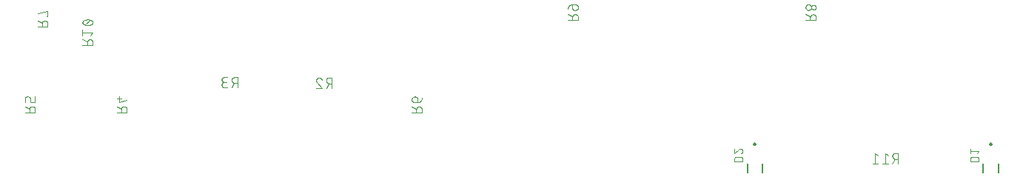
<source format=gbo>
G04 EAGLE Gerber RS-274X export*
G75*
%MOMM*%
%FSLAX34Y34*%
%LPD*%
%INSilkscreen Bottom*%
%IPPOS*%
%AMOC8*
5,1,8,0,0,1.08239X$1,22.5*%
G01*
%ADD10C,0.101600*%
%ADD11C,0.127000*%
%ADD12C,0.200000*%
%ADD13C,0.076200*%


D10*
X359242Y138586D02*
X359242Y150270D01*
X355996Y150270D01*
X355996Y150271D02*
X355883Y150269D01*
X355770Y150263D01*
X355657Y150253D01*
X355544Y150239D01*
X355432Y150222D01*
X355321Y150200D01*
X355211Y150175D01*
X355101Y150145D01*
X354993Y150112D01*
X354886Y150075D01*
X354780Y150035D01*
X354676Y149990D01*
X354573Y149942D01*
X354472Y149891D01*
X354373Y149836D01*
X354276Y149778D01*
X354181Y149716D01*
X354088Y149651D01*
X353998Y149583D01*
X353910Y149512D01*
X353824Y149437D01*
X353741Y149360D01*
X353661Y149280D01*
X353584Y149197D01*
X353509Y149111D01*
X353438Y149023D01*
X353370Y148933D01*
X353305Y148840D01*
X353243Y148745D01*
X353185Y148648D01*
X353130Y148549D01*
X353079Y148448D01*
X353031Y148345D01*
X352986Y148241D01*
X352946Y148135D01*
X352909Y148028D01*
X352876Y147920D01*
X352846Y147810D01*
X352821Y147700D01*
X352799Y147589D01*
X352782Y147477D01*
X352768Y147364D01*
X352758Y147251D01*
X352752Y147138D01*
X352750Y147025D01*
X352752Y146912D01*
X352758Y146799D01*
X352768Y146686D01*
X352782Y146573D01*
X352799Y146461D01*
X352821Y146350D01*
X352846Y146240D01*
X352876Y146130D01*
X352909Y146022D01*
X352946Y145915D01*
X352986Y145809D01*
X353031Y145705D01*
X353079Y145602D01*
X353130Y145501D01*
X353185Y145402D01*
X353243Y145305D01*
X353305Y145210D01*
X353370Y145117D01*
X353438Y145027D01*
X353509Y144939D01*
X353584Y144853D01*
X353661Y144770D01*
X353741Y144690D01*
X353824Y144613D01*
X353910Y144538D01*
X353998Y144467D01*
X354088Y144399D01*
X354181Y144334D01*
X354276Y144272D01*
X354373Y144214D01*
X354472Y144159D01*
X354573Y144108D01*
X354676Y144060D01*
X354780Y144015D01*
X354886Y143975D01*
X354993Y143938D01*
X355101Y143905D01*
X355211Y143875D01*
X355321Y143850D01*
X355432Y143828D01*
X355544Y143811D01*
X355657Y143797D01*
X355770Y143787D01*
X355883Y143781D01*
X355996Y143779D01*
X359242Y143779D01*
X355347Y143779D02*
X352751Y138586D01*
X341395Y147349D02*
X341397Y147456D01*
X341403Y147562D01*
X341413Y147668D01*
X341426Y147774D01*
X341444Y147880D01*
X341465Y147984D01*
X341490Y148088D01*
X341519Y148191D01*
X341551Y148292D01*
X341588Y148392D01*
X341628Y148491D01*
X341671Y148589D01*
X341718Y148685D01*
X341769Y148779D01*
X341823Y148871D01*
X341880Y148961D01*
X341940Y149049D01*
X342004Y149134D01*
X342071Y149217D01*
X342141Y149298D01*
X342213Y149376D01*
X342289Y149452D01*
X342367Y149524D01*
X342448Y149594D01*
X342531Y149661D01*
X342616Y149725D01*
X342704Y149785D01*
X342794Y149842D01*
X342886Y149896D01*
X342980Y149947D01*
X343076Y149994D01*
X343174Y150037D01*
X343273Y150077D01*
X343373Y150114D01*
X343474Y150146D01*
X343577Y150175D01*
X343681Y150200D01*
X343785Y150221D01*
X343891Y150239D01*
X343997Y150252D01*
X344103Y150262D01*
X344209Y150268D01*
X344316Y150270D01*
X344316Y150271D02*
X344437Y150269D01*
X344558Y150263D01*
X344678Y150253D01*
X344799Y150240D01*
X344918Y150222D01*
X345038Y150201D01*
X345156Y150176D01*
X345273Y150147D01*
X345390Y150114D01*
X345505Y150078D01*
X345619Y150037D01*
X345732Y149994D01*
X345844Y149946D01*
X345953Y149895D01*
X346061Y149840D01*
X346168Y149782D01*
X346272Y149721D01*
X346374Y149656D01*
X346474Y149588D01*
X346572Y149517D01*
X346668Y149443D01*
X346761Y149366D01*
X346851Y149285D01*
X346939Y149202D01*
X347024Y149116D01*
X347107Y149027D01*
X347186Y148936D01*
X347263Y148842D01*
X347336Y148746D01*
X347406Y148648D01*
X347473Y148547D01*
X347537Y148444D01*
X347598Y148339D01*
X347655Y148232D01*
X347708Y148124D01*
X347758Y148014D01*
X347804Y147902D01*
X347847Y147789D01*
X347886Y147674D01*
X342369Y145077D02*
X342290Y145155D01*
X342214Y145235D01*
X342141Y145318D01*
X342071Y145404D01*
X342004Y145491D01*
X341940Y145582D01*
X341880Y145674D01*
X341822Y145768D01*
X341768Y145865D01*
X341718Y145963D01*
X341671Y146063D01*
X341627Y146164D01*
X341587Y146267D01*
X341551Y146372D01*
X341519Y146477D01*
X341490Y146584D01*
X341465Y146691D01*
X341443Y146800D01*
X341426Y146909D01*
X341412Y147018D01*
X341403Y147128D01*
X341397Y147239D01*
X341395Y147349D01*
X342368Y145077D02*
X347886Y138586D01*
X341395Y138586D01*
X251156Y138986D02*
X251156Y150670D01*
X247911Y150670D01*
X247911Y150671D02*
X247798Y150669D01*
X247685Y150663D01*
X247572Y150653D01*
X247459Y150639D01*
X247347Y150622D01*
X247236Y150600D01*
X247126Y150575D01*
X247016Y150545D01*
X246908Y150512D01*
X246801Y150475D01*
X246695Y150435D01*
X246591Y150390D01*
X246488Y150342D01*
X246387Y150291D01*
X246288Y150236D01*
X246191Y150178D01*
X246096Y150116D01*
X246003Y150051D01*
X245913Y149983D01*
X245825Y149912D01*
X245739Y149837D01*
X245656Y149760D01*
X245576Y149680D01*
X245499Y149597D01*
X245424Y149511D01*
X245353Y149423D01*
X245285Y149333D01*
X245220Y149240D01*
X245158Y149145D01*
X245100Y149048D01*
X245045Y148949D01*
X244994Y148848D01*
X244946Y148745D01*
X244901Y148641D01*
X244861Y148535D01*
X244824Y148428D01*
X244791Y148320D01*
X244761Y148210D01*
X244736Y148100D01*
X244714Y147989D01*
X244697Y147877D01*
X244683Y147764D01*
X244673Y147651D01*
X244667Y147538D01*
X244665Y147425D01*
X244667Y147312D01*
X244673Y147199D01*
X244683Y147086D01*
X244697Y146973D01*
X244714Y146861D01*
X244736Y146750D01*
X244761Y146640D01*
X244791Y146530D01*
X244824Y146422D01*
X244861Y146315D01*
X244901Y146209D01*
X244946Y146105D01*
X244994Y146002D01*
X245045Y145901D01*
X245100Y145802D01*
X245158Y145705D01*
X245220Y145610D01*
X245285Y145517D01*
X245353Y145427D01*
X245424Y145339D01*
X245499Y145253D01*
X245576Y145170D01*
X245656Y145090D01*
X245739Y145013D01*
X245825Y144938D01*
X245913Y144867D01*
X246003Y144799D01*
X246096Y144734D01*
X246191Y144672D01*
X246288Y144614D01*
X246387Y144559D01*
X246488Y144508D01*
X246591Y144460D01*
X246695Y144415D01*
X246801Y144375D01*
X246908Y144338D01*
X247016Y144305D01*
X247126Y144275D01*
X247236Y144250D01*
X247347Y144228D01*
X247459Y144211D01*
X247572Y144197D01*
X247685Y144187D01*
X247798Y144181D01*
X247911Y144179D01*
X251156Y144179D01*
X247262Y144179D02*
X244665Y138986D01*
X239800Y138986D02*
X236555Y138986D01*
X236442Y138988D01*
X236329Y138994D01*
X236216Y139004D01*
X236103Y139018D01*
X235991Y139035D01*
X235880Y139057D01*
X235770Y139082D01*
X235660Y139112D01*
X235552Y139145D01*
X235445Y139182D01*
X235339Y139222D01*
X235235Y139267D01*
X235132Y139315D01*
X235031Y139366D01*
X234932Y139421D01*
X234835Y139479D01*
X234740Y139541D01*
X234647Y139606D01*
X234557Y139674D01*
X234469Y139745D01*
X234383Y139820D01*
X234300Y139897D01*
X234220Y139977D01*
X234143Y140060D01*
X234068Y140146D01*
X233997Y140234D01*
X233929Y140324D01*
X233864Y140417D01*
X233802Y140512D01*
X233744Y140609D01*
X233689Y140708D01*
X233638Y140809D01*
X233590Y140912D01*
X233545Y141016D01*
X233505Y141122D01*
X233468Y141229D01*
X233435Y141337D01*
X233405Y141447D01*
X233380Y141557D01*
X233358Y141668D01*
X233341Y141780D01*
X233327Y141893D01*
X233317Y142006D01*
X233311Y142119D01*
X233309Y142232D01*
X233311Y142345D01*
X233317Y142458D01*
X233327Y142571D01*
X233341Y142684D01*
X233358Y142796D01*
X233380Y142907D01*
X233405Y143017D01*
X233435Y143127D01*
X233468Y143235D01*
X233505Y143342D01*
X233545Y143448D01*
X233590Y143552D01*
X233638Y143655D01*
X233689Y143756D01*
X233744Y143855D01*
X233802Y143952D01*
X233864Y144047D01*
X233929Y144140D01*
X233997Y144230D01*
X234068Y144318D01*
X234143Y144404D01*
X234220Y144487D01*
X234300Y144567D01*
X234383Y144644D01*
X234469Y144719D01*
X234557Y144790D01*
X234647Y144858D01*
X234740Y144923D01*
X234835Y144985D01*
X234932Y145043D01*
X235031Y145098D01*
X235132Y145149D01*
X235235Y145197D01*
X235339Y145242D01*
X235445Y145282D01*
X235552Y145319D01*
X235660Y145352D01*
X235770Y145382D01*
X235880Y145407D01*
X235991Y145429D01*
X236103Y145446D01*
X236216Y145460D01*
X236329Y145470D01*
X236442Y145476D01*
X236555Y145478D01*
X235905Y150670D02*
X239800Y150670D01*
X235905Y150670D02*
X235804Y150668D01*
X235704Y150662D01*
X235604Y150652D01*
X235504Y150639D01*
X235405Y150621D01*
X235306Y150600D01*
X235209Y150575D01*
X235112Y150546D01*
X235017Y150513D01*
X234923Y150477D01*
X234831Y150437D01*
X234740Y150394D01*
X234651Y150347D01*
X234564Y150297D01*
X234478Y150243D01*
X234395Y150186D01*
X234315Y150126D01*
X234236Y150063D01*
X234160Y149996D01*
X234087Y149927D01*
X234017Y149855D01*
X233949Y149781D01*
X233884Y149704D01*
X233823Y149624D01*
X233764Y149542D01*
X233709Y149458D01*
X233657Y149372D01*
X233608Y149284D01*
X233563Y149194D01*
X233521Y149102D01*
X233483Y149009D01*
X233449Y148914D01*
X233418Y148819D01*
X233391Y148722D01*
X233368Y148624D01*
X233348Y148525D01*
X233333Y148425D01*
X233321Y148325D01*
X233313Y148225D01*
X233309Y148124D01*
X233309Y148024D01*
X233313Y147923D01*
X233321Y147823D01*
X233333Y147723D01*
X233348Y147623D01*
X233368Y147524D01*
X233391Y147426D01*
X233418Y147329D01*
X233449Y147234D01*
X233483Y147139D01*
X233521Y147046D01*
X233563Y146954D01*
X233608Y146864D01*
X233657Y146776D01*
X233709Y146690D01*
X233764Y146606D01*
X233823Y146524D01*
X233884Y146444D01*
X233949Y146367D01*
X234017Y146293D01*
X234087Y146221D01*
X234160Y146152D01*
X234236Y146085D01*
X234315Y146022D01*
X234395Y145962D01*
X234478Y145905D01*
X234564Y145851D01*
X234651Y145801D01*
X234740Y145754D01*
X234831Y145711D01*
X234923Y145671D01*
X235017Y145635D01*
X235112Y145602D01*
X235209Y145573D01*
X235306Y145548D01*
X235405Y145527D01*
X235504Y145509D01*
X235604Y145496D01*
X235704Y145486D01*
X235804Y145480D01*
X235905Y145478D01*
X235905Y145477D02*
X238502Y145477D01*
X124799Y110780D02*
X113115Y110780D01*
X124799Y110780D02*
X124799Y114025D01*
X124800Y114025D02*
X124798Y114138D01*
X124792Y114251D01*
X124782Y114364D01*
X124768Y114477D01*
X124751Y114589D01*
X124729Y114700D01*
X124704Y114810D01*
X124674Y114920D01*
X124641Y115028D01*
X124604Y115135D01*
X124564Y115241D01*
X124519Y115345D01*
X124471Y115448D01*
X124420Y115549D01*
X124365Y115648D01*
X124307Y115745D01*
X124245Y115840D01*
X124180Y115933D01*
X124112Y116023D01*
X124041Y116111D01*
X123966Y116197D01*
X123889Y116280D01*
X123809Y116360D01*
X123726Y116437D01*
X123640Y116512D01*
X123552Y116583D01*
X123462Y116651D01*
X123369Y116716D01*
X123274Y116778D01*
X123177Y116836D01*
X123078Y116891D01*
X122977Y116942D01*
X122874Y116990D01*
X122770Y117035D01*
X122664Y117075D01*
X122557Y117112D01*
X122449Y117145D01*
X122339Y117175D01*
X122229Y117200D01*
X122118Y117222D01*
X122006Y117239D01*
X121893Y117253D01*
X121780Y117263D01*
X121667Y117269D01*
X121554Y117271D01*
X121441Y117269D01*
X121328Y117263D01*
X121215Y117253D01*
X121102Y117239D01*
X120990Y117222D01*
X120879Y117200D01*
X120769Y117175D01*
X120659Y117145D01*
X120551Y117112D01*
X120444Y117075D01*
X120338Y117035D01*
X120234Y116990D01*
X120131Y116942D01*
X120030Y116891D01*
X119931Y116836D01*
X119834Y116778D01*
X119739Y116716D01*
X119646Y116651D01*
X119556Y116583D01*
X119468Y116512D01*
X119382Y116437D01*
X119299Y116360D01*
X119219Y116280D01*
X119142Y116197D01*
X119067Y116111D01*
X118996Y116023D01*
X118928Y115933D01*
X118863Y115840D01*
X118801Y115745D01*
X118743Y115648D01*
X118688Y115549D01*
X118637Y115448D01*
X118589Y115345D01*
X118544Y115241D01*
X118504Y115135D01*
X118467Y115028D01*
X118434Y114920D01*
X118404Y114810D01*
X118379Y114700D01*
X118357Y114589D01*
X118340Y114477D01*
X118326Y114364D01*
X118316Y114251D01*
X118310Y114138D01*
X118308Y114025D01*
X118308Y110780D01*
X118308Y114675D02*
X113115Y117271D01*
X115712Y122136D02*
X124799Y124733D01*
X115712Y122136D02*
X115712Y128627D01*
X118308Y126680D02*
X113115Y126680D01*
X19799Y110780D02*
X8115Y110780D01*
X19799Y110780D02*
X19799Y114025D01*
X19800Y114025D02*
X19798Y114138D01*
X19792Y114251D01*
X19782Y114364D01*
X19768Y114477D01*
X19751Y114589D01*
X19729Y114700D01*
X19704Y114810D01*
X19674Y114920D01*
X19641Y115028D01*
X19604Y115135D01*
X19564Y115241D01*
X19519Y115345D01*
X19471Y115448D01*
X19420Y115549D01*
X19365Y115648D01*
X19307Y115745D01*
X19245Y115840D01*
X19180Y115933D01*
X19112Y116023D01*
X19041Y116111D01*
X18966Y116197D01*
X18889Y116280D01*
X18809Y116360D01*
X18726Y116437D01*
X18640Y116512D01*
X18552Y116583D01*
X18462Y116651D01*
X18369Y116716D01*
X18274Y116778D01*
X18177Y116836D01*
X18078Y116891D01*
X17977Y116942D01*
X17874Y116990D01*
X17770Y117035D01*
X17664Y117075D01*
X17557Y117112D01*
X17449Y117145D01*
X17339Y117175D01*
X17229Y117200D01*
X17118Y117222D01*
X17006Y117239D01*
X16893Y117253D01*
X16780Y117263D01*
X16667Y117269D01*
X16554Y117271D01*
X16441Y117269D01*
X16328Y117263D01*
X16215Y117253D01*
X16102Y117239D01*
X15990Y117222D01*
X15879Y117200D01*
X15769Y117175D01*
X15659Y117145D01*
X15551Y117112D01*
X15444Y117075D01*
X15338Y117035D01*
X15234Y116990D01*
X15131Y116942D01*
X15030Y116891D01*
X14931Y116836D01*
X14834Y116778D01*
X14739Y116716D01*
X14646Y116651D01*
X14556Y116583D01*
X14468Y116512D01*
X14382Y116437D01*
X14299Y116360D01*
X14219Y116280D01*
X14142Y116197D01*
X14067Y116111D01*
X13996Y116023D01*
X13928Y115933D01*
X13863Y115840D01*
X13801Y115745D01*
X13743Y115648D01*
X13688Y115549D01*
X13637Y115448D01*
X13589Y115345D01*
X13544Y115241D01*
X13504Y115135D01*
X13467Y115028D01*
X13434Y114920D01*
X13404Y114810D01*
X13379Y114700D01*
X13357Y114589D01*
X13340Y114477D01*
X13326Y114364D01*
X13316Y114251D01*
X13310Y114138D01*
X13308Y114025D01*
X13308Y110780D01*
X13308Y114675D02*
X8115Y117271D01*
X8115Y122136D02*
X8115Y126031D01*
X8116Y126031D02*
X8118Y126130D01*
X8124Y126230D01*
X8133Y126329D01*
X8146Y126427D01*
X8163Y126525D01*
X8184Y126623D01*
X8209Y126719D01*
X8237Y126814D01*
X8269Y126908D01*
X8304Y127001D01*
X8343Y127093D01*
X8386Y127183D01*
X8431Y127271D01*
X8481Y127358D01*
X8533Y127442D01*
X8589Y127525D01*
X8647Y127605D01*
X8709Y127683D01*
X8774Y127758D01*
X8842Y127831D01*
X8912Y127901D01*
X8985Y127969D01*
X9060Y128034D01*
X9138Y128096D01*
X9218Y128154D01*
X9301Y128210D01*
X9385Y128262D01*
X9472Y128312D01*
X9560Y128357D01*
X9650Y128400D01*
X9742Y128439D01*
X9835Y128474D01*
X9929Y128506D01*
X10024Y128534D01*
X10120Y128559D01*
X10218Y128580D01*
X10316Y128597D01*
X10414Y128610D01*
X10513Y128619D01*
X10613Y128625D01*
X10712Y128627D01*
X12010Y128627D01*
X12109Y128625D01*
X12209Y128619D01*
X12308Y128610D01*
X12406Y128597D01*
X12504Y128580D01*
X12602Y128559D01*
X12698Y128534D01*
X12793Y128506D01*
X12887Y128474D01*
X12980Y128439D01*
X13072Y128400D01*
X13162Y128357D01*
X13250Y128312D01*
X13337Y128262D01*
X13421Y128210D01*
X13504Y128154D01*
X13584Y128096D01*
X13662Y128034D01*
X13737Y127969D01*
X13810Y127901D01*
X13880Y127831D01*
X13948Y127758D01*
X14013Y127683D01*
X14075Y127605D01*
X14133Y127525D01*
X14189Y127442D01*
X14241Y127358D01*
X14291Y127271D01*
X14336Y127183D01*
X14379Y127093D01*
X14418Y127001D01*
X14453Y126908D01*
X14485Y126814D01*
X14513Y126719D01*
X14538Y126623D01*
X14559Y126525D01*
X14576Y126427D01*
X14589Y126329D01*
X14598Y126230D01*
X14604Y126130D01*
X14606Y126031D01*
X14606Y122136D01*
X19799Y122136D01*
X19799Y128627D01*
X450701Y110780D02*
X462385Y110780D01*
X462385Y114025D01*
X462383Y114138D01*
X462377Y114251D01*
X462367Y114364D01*
X462353Y114477D01*
X462336Y114589D01*
X462314Y114700D01*
X462289Y114810D01*
X462259Y114920D01*
X462226Y115028D01*
X462189Y115135D01*
X462149Y115241D01*
X462104Y115345D01*
X462056Y115448D01*
X462005Y115549D01*
X461950Y115648D01*
X461892Y115745D01*
X461830Y115840D01*
X461765Y115933D01*
X461697Y116023D01*
X461626Y116111D01*
X461551Y116197D01*
X461474Y116280D01*
X461394Y116360D01*
X461311Y116437D01*
X461225Y116512D01*
X461137Y116583D01*
X461047Y116651D01*
X460954Y116716D01*
X460859Y116778D01*
X460762Y116836D01*
X460663Y116891D01*
X460562Y116942D01*
X460459Y116990D01*
X460355Y117035D01*
X460249Y117075D01*
X460142Y117112D01*
X460034Y117145D01*
X459924Y117175D01*
X459814Y117200D01*
X459703Y117222D01*
X459591Y117239D01*
X459478Y117253D01*
X459365Y117263D01*
X459252Y117269D01*
X459139Y117271D01*
X459026Y117269D01*
X458913Y117263D01*
X458800Y117253D01*
X458687Y117239D01*
X458575Y117222D01*
X458464Y117200D01*
X458354Y117175D01*
X458244Y117145D01*
X458136Y117112D01*
X458029Y117075D01*
X457923Y117035D01*
X457819Y116990D01*
X457716Y116942D01*
X457615Y116891D01*
X457516Y116836D01*
X457419Y116778D01*
X457324Y116716D01*
X457231Y116651D01*
X457141Y116583D01*
X457053Y116512D01*
X456967Y116437D01*
X456884Y116360D01*
X456804Y116280D01*
X456727Y116197D01*
X456652Y116111D01*
X456581Y116023D01*
X456513Y115933D01*
X456448Y115840D01*
X456386Y115745D01*
X456328Y115648D01*
X456273Y115549D01*
X456222Y115448D01*
X456174Y115345D01*
X456129Y115241D01*
X456089Y115135D01*
X456052Y115028D01*
X456019Y114920D01*
X455989Y114810D01*
X455964Y114700D01*
X455942Y114589D01*
X455925Y114477D01*
X455911Y114364D01*
X455901Y114251D01*
X455895Y114138D01*
X455893Y114025D01*
X455894Y114025D02*
X455894Y110780D01*
X455894Y114675D02*
X450701Y117271D01*
X457192Y122136D02*
X457192Y126031D01*
X457191Y126031D02*
X457189Y126130D01*
X457183Y126230D01*
X457174Y126329D01*
X457161Y126427D01*
X457144Y126525D01*
X457123Y126623D01*
X457098Y126719D01*
X457070Y126814D01*
X457038Y126908D01*
X457003Y127001D01*
X456964Y127093D01*
X456921Y127183D01*
X456876Y127271D01*
X456826Y127358D01*
X456774Y127442D01*
X456718Y127525D01*
X456660Y127605D01*
X456598Y127683D01*
X456533Y127758D01*
X456465Y127831D01*
X456395Y127901D01*
X456322Y127969D01*
X456247Y128034D01*
X456169Y128096D01*
X456089Y128154D01*
X456006Y128210D01*
X455922Y128262D01*
X455835Y128312D01*
X455747Y128357D01*
X455657Y128400D01*
X455565Y128439D01*
X455472Y128474D01*
X455378Y128506D01*
X455283Y128534D01*
X455187Y128559D01*
X455089Y128580D01*
X454991Y128597D01*
X454893Y128610D01*
X454794Y128619D01*
X454694Y128625D01*
X454595Y128627D01*
X453946Y128627D01*
X453946Y128628D02*
X453833Y128626D01*
X453720Y128620D01*
X453607Y128610D01*
X453494Y128596D01*
X453382Y128579D01*
X453271Y128557D01*
X453161Y128532D01*
X453051Y128502D01*
X452943Y128469D01*
X452836Y128432D01*
X452730Y128392D01*
X452626Y128347D01*
X452523Y128299D01*
X452422Y128248D01*
X452323Y128193D01*
X452226Y128135D01*
X452131Y128073D01*
X452038Y128008D01*
X451948Y127940D01*
X451860Y127869D01*
X451774Y127794D01*
X451691Y127717D01*
X451611Y127637D01*
X451534Y127554D01*
X451459Y127468D01*
X451388Y127380D01*
X451320Y127290D01*
X451255Y127197D01*
X451193Y127102D01*
X451135Y127005D01*
X451080Y126906D01*
X451029Y126805D01*
X450981Y126702D01*
X450936Y126598D01*
X450896Y126492D01*
X450859Y126385D01*
X450826Y126277D01*
X450796Y126167D01*
X450771Y126057D01*
X450749Y125946D01*
X450732Y125834D01*
X450718Y125721D01*
X450708Y125608D01*
X450702Y125495D01*
X450700Y125382D01*
X450702Y125269D01*
X450708Y125156D01*
X450718Y125043D01*
X450732Y124930D01*
X450749Y124818D01*
X450771Y124707D01*
X450796Y124597D01*
X450826Y124487D01*
X450859Y124379D01*
X450896Y124272D01*
X450936Y124166D01*
X450981Y124062D01*
X451029Y123959D01*
X451080Y123858D01*
X451135Y123759D01*
X451193Y123662D01*
X451255Y123567D01*
X451320Y123474D01*
X451388Y123384D01*
X451459Y123296D01*
X451534Y123210D01*
X451611Y123127D01*
X451691Y123047D01*
X451774Y122970D01*
X451860Y122895D01*
X451948Y122824D01*
X452038Y122756D01*
X452131Y122691D01*
X452226Y122629D01*
X452323Y122571D01*
X452422Y122516D01*
X452523Y122465D01*
X452626Y122417D01*
X452730Y122372D01*
X452836Y122332D01*
X452943Y122295D01*
X453051Y122262D01*
X453161Y122232D01*
X453271Y122207D01*
X453382Y122185D01*
X453494Y122168D01*
X453607Y122154D01*
X453720Y122144D01*
X453833Y122138D01*
X453946Y122136D01*
X457192Y122136D01*
X457335Y122138D01*
X457478Y122144D01*
X457621Y122154D01*
X457763Y122168D01*
X457905Y122185D01*
X458047Y122207D01*
X458188Y122232D01*
X458328Y122262D01*
X458467Y122295D01*
X458605Y122332D01*
X458742Y122373D01*
X458878Y122417D01*
X459013Y122466D01*
X459146Y122518D01*
X459278Y122573D01*
X459408Y122633D01*
X459537Y122696D01*
X459664Y122762D01*
X459788Y122832D01*
X459911Y122905D01*
X460032Y122982D01*
X460151Y123062D01*
X460267Y123145D01*
X460382Y123231D01*
X460493Y123320D01*
X460603Y123413D01*
X460709Y123508D01*
X460813Y123607D01*
X460914Y123708D01*
X461013Y123812D01*
X461108Y123918D01*
X461201Y124028D01*
X461290Y124139D01*
X461376Y124254D01*
X461459Y124370D01*
X461539Y124489D01*
X461616Y124610D01*
X461689Y124732D01*
X461759Y124857D01*
X461825Y124984D01*
X461888Y125113D01*
X461948Y125243D01*
X462003Y125375D01*
X462055Y125508D01*
X462104Y125643D01*
X462148Y125779D01*
X462189Y125916D01*
X462226Y126054D01*
X462259Y126193D01*
X462289Y126333D01*
X462314Y126474D01*
X462336Y126616D01*
X462353Y126758D01*
X462367Y126900D01*
X462377Y127043D01*
X462383Y127186D01*
X462385Y127329D01*
X34192Y208895D02*
X22508Y208895D01*
X34192Y208895D02*
X34192Y212140D01*
X34190Y212253D01*
X34184Y212366D01*
X34174Y212479D01*
X34160Y212592D01*
X34143Y212704D01*
X34121Y212815D01*
X34096Y212925D01*
X34066Y213035D01*
X34033Y213143D01*
X33996Y213250D01*
X33956Y213356D01*
X33911Y213460D01*
X33863Y213563D01*
X33812Y213664D01*
X33757Y213763D01*
X33699Y213860D01*
X33637Y213955D01*
X33572Y214048D01*
X33504Y214138D01*
X33433Y214226D01*
X33358Y214312D01*
X33281Y214395D01*
X33201Y214475D01*
X33118Y214552D01*
X33032Y214627D01*
X32944Y214698D01*
X32854Y214766D01*
X32761Y214831D01*
X32666Y214893D01*
X32569Y214951D01*
X32470Y215006D01*
X32369Y215057D01*
X32266Y215105D01*
X32162Y215150D01*
X32056Y215190D01*
X31949Y215227D01*
X31841Y215260D01*
X31731Y215290D01*
X31621Y215315D01*
X31510Y215337D01*
X31398Y215354D01*
X31285Y215368D01*
X31172Y215378D01*
X31059Y215384D01*
X30946Y215386D01*
X30833Y215384D01*
X30720Y215378D01*
X30607Y215368D01*
X30494Y215354D01*
X30382Y215337D01*
X30271Y215315D01*
X30161Y215290D01*
X30051Y215260D01*
X29943Y215227D01*
X29836Y215190D01*
X29730Y215150D01*
X29626Y215105D01*
X29523Y215057D01*
X29422Y215006D01*
X29323Y214951D01*
X29226Y214893D01*
X29131Y214831D01*
X29038Y214766D01*
X28948Y214698D01*
X28860Y214627D01*
X28774Y214552D01*
X28691Y214475D01*
X28611Y214395D01*
X28534Y214312D01*
X28459Y214226D01*
X28388Y214138D01*
X28320Y214048D01*
X28255Y213955D01*
X28193Y213860D01*
X28135Y213763D01*
X28080Y213664D01*
X28029Y213563D01*
X27981Y213460D01*
X27936Y213356D01*
X27896Y213250D01*
X27859Y213143D01*
X27826Y213035D01*
X27796Y212925D01*
X27771Y212815D01*
X27749Y212704D01*
X27732Y212592D01*
X27718Y212479D01*
X27708Y212366D01*
X27702Y212253D01*
X27700Y212140D01*
X27701Y212140D02*
X27701Y208895D01*
X27701Y212789D02*
X22508Y215386D01*
X32894Y220251D02*
X34192Y220251D01*
X34192Y226742D01*
X22508Y223496D01*
X901208Y216158D02*
X912892Y216158D01*
X912892Y219404D01*
X912890Y219517D01*
X912884Y219630D01*
X912874Y219743D01*
X912860Y219856D01*
X912843Y219968D01*
X912821Y220079D01*
X912796Y220189D01*
X912766Y220299D01*
X912733Y220407D01*
X912696Y220514D01*
X912656Y220620D01*
X912611Y220724D01*
X912563Y220827D01*
X912512Y220928D01*
X912457Y221027D01*
X912399Y221124D01*
X912337Y221219D01*
X912272Y221312D01*
X912204Y221402D01*
X912133Y221490D01*
X912058Y221576D01*
X911981Y221659D01*
X911901Y221739D01*
X911818Y221816D01*
X911732Y221891D01*
X911644Y221962D01*
X911554Y222030D01*
X911461Y222095D01*
X911366Y222157D01*
X911269Y222215D01*
X911170Y222270D01*
X911069Y222321D01*
X910966Y222369D01*
X910862Y222414D01*
X910756Y222454D01*
X910649Y222491D01*
X910541Y222524D01*
X910431Y222554D01*
X910321Y222579D01*
X910210Y222601D01*
X910098Y222618D01*
X909985Y222632D01*
X909872Y222642D01*
X909759Y222648D01*
X909646Y222650D01*
X909533Y222648D01*
X909420Y222642D01*
X909307Y222632D01*
X909194Y222618D01*
X909082Y222601D01*
X908971Y222579D01*
X908861Y222554D01*
X908751Y222524D01*
X908643Y222491D01*
X908536Y222454D01*
X908430Y222414D01*
X908326Y222369D01*
X908223Y222321D01*
X908122Y222270D01*
X908023Y222215D01*
X907926Y222157D01*
X907831Y222095D01*
X907738Y222030D01*
X907648Y221962D01*
X907560Y221891D01*
X907474Y221816D01*
X907391Y221739D01*
X907311Y221659D01*
X907234Y221576D01*
X907159Y221490D01*
X907088Y221402D01*
X907020Y221312D01*
X906955Y221219D01*
X906893Y221124D01*
X906835Y221027D01*
X906780Y220928D01*
X906729Y220827D01*
X906681Y220724D01*
X906636Y220620D01*
X906596Y220514D01*
X906559Y220407D01*
X906526Y220299D01*
X906496Y220189D01*
X906471Y220079D01*
X906449Y219968D01*
X906432Y219856D01*
X906418Y219743D01*
X906408Y219630D01*
X906402Y219517D01*
X906400Y219404D01*
X906401Y219404D02*
X906401Y216158D01*
X906401Y220053D02*
X901208Y222649D01*
X904454Y227514D02*
X904567Y227516D01*
X904680Y227522D01*
X904793Y227532D01*
X904906Y227546D01*
X905018Y227563D01*
X905129Y227585D01*
X905239Y227610D01*
X905349Y227640D01*
X905457Y227673D01*
X905564Y227710D01*
X905670Y227750D01*
X905774Y227795D01*
X905877Y227843D01*
X905978Y227894D01*
X906077Y227949D01*
X906174Y228007D01*
X906269Y228069D01*
X906362Y228134D01*
X906452Y228202D01*
X906540Y228273D01*
X906626Y228348D01*
X906709Y228425D01*
X906789Y228505D01*
X906866Y228588D01*
X906941Y228674D01*
X907012Y228762D01*
X907080Y228852D01*
X907145Y228945D01*
X907207Y229040D01*
X907265Y229137D01*
X907320Y229236D01*
X907371Y229337D01*
X907419Y229440D01*
X907464Y229544D01*
X907504Y229650D01*
X907541Y229757D01*
X907574Y229865D01*
X907604Y229975D01*
X907629Y230085D01*
X907651Y230196D01*
X907668Y230308D01*
X907682Y230421D01*
X907692Y230534D01*
X907698Y230647D01*
X907700Y230760D01*
X907698Y230873D01*
X907692Y230986D01*
X907682Y231099D01*
X907668Y231212D01*
X907651Y231324D01*
X907629Y231435D01*
X907604Y231545D01*
X907574Y231655D01*
X907541Y231763D01*
X907504Y231870D01*
X907464Y231976D01*
X907419Y232080D01*
X907371Y232183D01*
X907320Y232284D01*
X907265Y232383D01*
X907207Y232480D01*
X907145Y232575D01*
X907080Y232668D01*
X907012Y232758D01*
X906941Y232846D01*
X906866Y232932D01*
X906789Y233015D01*
X906709Y233095D01*
X906626Y233172D01*
X906540Y233247D01*
X906452Y233318D01*
X906362Y233386D01*
X906269Y233451D01*
X906174Y233513D01*
X906077Y233571D01*
X905978Y233626D01*
X905877Y233677D01*
X905774Y233725D01*
X905670Y233770D01*
X905564Y233810D01*
X905457Y233847D01*
X905349Y233880D01*
X905239Y233910D01*
X905129Y233935D01*
X905018Y233957D01*
X904906Y233974D01*
X904793Y233988D01*
X904680Y233998D01*
X904567Y234004D01*
X904454Y234006D01*
X904341Y234004D01*
X904228Y233998D01*
X904115Y233988D01*
X904002Y233974D01*
X903890Y233957D01*
X903779Y233935D01*
X903669Y233910D01*
X903559Y233880D01*
X903451Y233847D01*
X903344Y233810D01*
X903238Y233770D01*
X903134Y233725D01*
X903031Y233677D01*
X902930Y233626D01*
X902831Y233571D01*
X902734Y233513D01*
X902639Y233451D01*
X902546Y233386D01*
X902456Y233318D01*
X902368Y233247D01*
X902282Y233172D01*
X902199Y233095D01*
X902119Y233015D01*
X902042Y232932D01*
X901967Y232846D01*
X901896Y232758D01*
X901828Y232668D01*
X901763Y232575D01*
X901701Y232480D01*
X901643Y232383D01*
X901588Y232284D01*
X901537Y232183D01*
X901489Y232080D01*
X901444Y231976D01*
X901404Y231870D01*
X901367Y231763D01*
X901334Y231655D01*
X901304Y231545D01*
X901279Y231435D01*
X901257Y231324D01*
X901240Y231212D01*
X901226Y231099D01*
X901216Y230986D01*
X901210Y230873D01*
X901208Y230760D01*
X901210Y230647D01*
X901216Y230534D01*
X901226Y230421D01*
X901240Y230308D01*
X901257Y230196D01*
X901279Y230085D01*
X901304Y229975D01*
X901334Y229865D01*
X901367Y229757D01*
X901404Y229650D01*
X901444Y229544D01*
X901489Y229440D01*
X901537Y229337D01*
X901588Y229236D01*
X901643Y229137D01*
X901701Y229040D01*
X901763Y228945D01*
X901828Y228852D01*
X901896Y228762D01*
X901967Y228674D01*
X902042Y228588D01*
X902119Y228505D01*
X902199Y228425D01*
X902282Y228348D01*
X902368Y228273D01*
X902456Y228202D01*
X902546Y228134D01*
X902639Y228069D01*
X902734Y228007D01*
X902831Y227949D01*
X902930Y227894D01*
X903031Y227843D01*
X903134Y227795D01*
X903238Y227750D01*
X903344Y227710D01*
X903451Y227673D01*
X903559Y227640D01*
X903669Y227610D01*
X903779Y227585D01*
X903890Y227563D01*
X904002Y227546D01*
X904115Y227532D01*
X904228Y227522D01*
X904341Y227516D01*
X904454Y227514D01*
X910296Y228164D02*
X910397Y228166D01*
X910497Y228172D01*
X910597Y228182D01*
X910697Y228195D01*
X910796Y228213D01*
X910895Y228234D01*
X910992Y228259D01*
X911089Y228288D01*
X911184Y228321D01*
X911278Y228357D01*
X911370Y228397D01*
X911461Y228440D01*
X911550Y228487D01*
X911637Y228537D01*
X911723Y228591D01*
X911806Y228648D01*
X911886Y228708D01*
X911965Y228771D01*
X912041Y228838D01*
X912114Y228907D01*
X912184Y228979D01*
X912252Y229053D01*
X912317Y229130D01*
X912378Y229210D01*
X912437Y229292D01*
X912492Y229376D01*
X912544Y229462D01*
X912593Y229550D01*
X912638Y229640D01*
X912680Y229732D01*
X912718Y229825D01*
X912752Y229920D01*
X912783Y230015D01*
X912810Y230112D01*
X912833Y230210D01*
X912853Y230309D01*
X912868Y230409D01*
X912880Y230509D01*
X912888Y230609D01*
X912892Y230710D01*
X912892Y230810D01*
X912888Y230911D01*
X912880Y231011D01*
X912868Y231111D01*
X912853Y231211D01*
X912833Y231310D01*
X912810Y231408D01*
X912783Y231505D01*
X912752Y231600D01*
X912718Y231695D01*
X912680Y231788D01*
X912638Y231880D01*
X912593Y231970D01*
X912544Y232058D01*
X912492Y232144D01*
X912437Y232228D01*
X912378Y232310D01*
X912317Y232390D01*
X912252Y232467D01*
X912184Y232541D01*
X912114Y232613D01*
X912041Y232682D01*
X911965Y232749D01*
X911886Y232812D01*
X911806Y232872D01*
X911723Y232929D01*
X911637Y232983D01*
X911550Y233033D01*
X911461Y233080D01*
X911370Y233123D01*
X911278Y233163D01*
X911184Y233199D01*
X911089Y233232D01*
X910992Y233261D01*
X910895Y233286D01*
X910796Y233307D01*
X910697Y233325D01*
X910597Y233338D01*
X910497Y233348D01*
X910397Y233354D01*
X910296Y233356D01*
X910195Y233354D01*
X910095Y233348D01*
X909995Y233338D01*
X909895Y233325D01*
X909796Y233307D01*
X909697Y233286D01*
X909600Y233261D01*
X909503Y233232D01*
X909408Y233199D01*
X909314Y233163D01*
X909222Y233123D01*
X909131Y233080D01*
X909042Y233033D01*
X908955Y232983D01*
X908869Y232929D01*
X908786Y232872D01*
X908706Y232812D01*
X908627Y232749D01*
X908551Y232682D01*
X908478Y232613D01*
X908408Y232541D01*
X908340Y232467D01*
X908275Y232390D01*
X908214Y232310D01*
X908155Y232228D01*
X908100Y232144D01*
X908048Y232058D01*
X907999Y231970D01*
X907954Y231880D01*
X907912Y231788D01*
X907874Y231695D01*
X907840Y231600D01*
X907809Y231505D01*
X907782Y231408D01*
X907759Y231310D01*
X907739Y231211D01*
X907724Y231111D01*
X907712Y231011D01*
X907704Y230911D01*
X907700Y230810D01*
X907700Y230710D01*
X907704Y230609D01*
X907712Y230509D01*
X907724Y230409D01*
X907739Y230309D01*
X907759Y230210D01*
X907782Y230112D01*
X907809Y230015D01*
X907840Y229920D01*
X907874Y229825D01*
X907912Y229732D01*
X907954Y229640D01*
X907999Y229550D01*
X908048Y229462D01*
X908100Y229376D01*
X908155Y229292D01*
X908214Y229210D01*
X908275Y229130D01*
X908340Y229053D01*
X908408Y228979D01*
X908478Y228907D01*
X908551Y228838D01*
X908627Y228771D01*
X908706Y228708D01*
X908786Y228648D01*
X908869Y228591D01*
X908955Y228537D01*
X909042Y228487D01*
X909131Y228440D01*
X909222Y228397D01*
X909314Y228357D01*
X909408Y228321D01*
X909503Y228288D01*
X909600Y228259D01*
X909697Y228234D01*
X909796Y228213D01*
X909895Y228195D01*
X909995Y228182D01*
X910095Y228172D01*
X910195Y228166D01*
X910296Y228164D01*
X640892Y216158D02*
X629208Y216158D01*
X640892Y216158D02*
X640892Y219404D01*
X640890Y219517D01*
X640884Y219630D01*
X640874Y219743D01*
X640860Y219856D01*
X640843Y219968D01*
X640821Y220079D01*
X640796Y220189D01*
X640766Y220299D01*
X640733Y220407D01*
X640696Y220514D01*
X640656Y220620D01*
X640611Y220724D01*
X640563Y220827D01*
X640512Y220928D01*
X640457Y221027D01*
X640399Y221124D01*
X640337Y221219D01*
X640272Y221312D01*
X640204Y221402D01*
X640133Y221490D01*
X640058Y221576D01*
X639981Y221659D01*
X639901Y221739D01*
X639818Y221816D01*
X639732Y221891D01*
X639644Y221962D01*
X639554Y222030D01*
X639461Y222095D01*
X639366Y222157D01*
X639269Y222215D01*
X639170Y222270D01*
X639069Y222321D01*
X638966Y222369D01*
X638862Y222414D01*
X638756Y222454D01*
X638649Y222491D01*
X638541Y222524D01*
X638431Y222554D01*
X638321Y222579D01*
X638210Y222601D01*
X638098Y222618D01*
X637985Y222632D01*
X637872Y222642D01*
X637759Y222648D01*
X637646Y222650D01*
X637533Y222648D01*
X637420Y222642D01*
X637307Y222632D01*
X637194Y222618D01*
X637082Y222601D01*
X636971Y222579D01*
X636861Y222554D01*
X636751Y222524D01*
X636643Y222491D01*
X636536Y222454D01*
X636430Y222414D01*
X636326Y222369D01*
X636223Y222321D01*
X636122Y222270D01*
X636023Y222215D01*
X635926Y222157D01*
X635831Y222095D01*
X635738Y222030D01*
X635648Y221962D01*
X635560Y221891D01*
X635474Y221816D01*
X635391Y221739D01*
X635311Y221659D01*
X635234Y221576D01*
X635159Y221490D01*
X635088Y221402D01*
X635020Y221312D01*
X634955Y221219D01*
X634893Y221124D01*
X634835Y221027D01*
X634780Y220928D01*
X634729Y220827D01*
X634681Y220724D01*
X634636Y220620D01*
X634596Y220514D01*
X634559Y220407D01*
X634526Y220299D01*
X634496Y220189D01*
X634471Y220079D01*
X634449Y219968D01*
X634432Y219856D01*
X634418Y219743D01*
X634408Y219630D01*
X634402Y219517D01*
X634400Y219404D01*
X634401Y219404D02*
X634401Y216158D01*
X634401Y220053D02*
X629208Y222649D01*
X634401Y230111D02*
X634401Y234005D01*
X634401Y230111D02*
X634403Y230012D01*
X634409Y229912D01*
X634418Y229813D01*
X634431Y229715D01*
X634448Y229617D01*
X634469Y229519D01*
X634494Y229423D01*
X634522Y229328D01*
X634554Y229234D01*
X634589Y229141D01*
X634628Y229049D01*
X634671Y228959D01*
X634716Y228871D01*
X634766Y228784D01*
X634818Y228700D01*
X634874Y228617D01*
X634932Y228537D01*
X634994Y228459D01*
X635059Y228384D01*
X635127Y228311D01*
X635197Y228241D01*
X635270Y228173D01*
X635345Y228108D01*
X635423Y228046D01*
X635503Y227988D01*
X635586Y227932D01*
X635670Y227880D01*
X635757Y227830D01*
X635845Y227785D01*
X635935Y227742D01*
X636027Y227703D01*
X636120Y227668D01*
X636214Y227636D01*
X636309Y227608D01*
X636405Y227583D01*
X636503Y227562D01*
X636601Y227545D01*
X636699Y227532D01*
X636798Y227523D01*
X636898Y227517D01*
X636997Y227515D01*
X636997Y227514D02*
X637646Y227514D01*
X637759Y227516D01*
X637872Y227522D01*
X637985Y227532D01*
X638098Y227546D01*
X638210Y227563D01*
X638321Y227585D01*
X638431Y227610D01*
X638541Y227640D01*
X638649Y227673D01*
X638756Y227710D01*
X638862Y227750D01*
X638966Y227795D01*
X639069Y227843D01*
X639170Y227894D01*
X639269Y227949D01*
X639366Y228007D01*
X639461Y228069D01*
X639554Y228134D01*
X639644Y228202D01*
X639732Y228273D01*
X639818Y228348D01*
X639901Y228425D01*
X639981Y228505D01*
X640058Y228588D01*
X640133Y228674D01*
X640204Y228762D01*
X640272Y228852D01*
X640337Y228945D01*
X640399Y229040D01*
X640457Y229137D01*
X640512Y229236D01*
X640563Y229337D01*
X640611Y229440D01*
X640656Y229544D01*
X640696Y229650D01*
X640733Y229757D01*
X640766Y229865D01*
X640796Y229975D01*
X640821Y230085D01*
X640843Y230196D01*
X640860Y230308D01*
X640874Y230421D01*
X640884Y230534D01*
X640890Y230647D01*
X640892Y230760D01*
X640890Y230873D01*
X640884Y230986D01*
X640874Y231099D01*
X640860Y231212D01*
X640843Y231324D01*
X640821Y231435D01*
X640796Y231545D01*
X640766Y231655D01*
X640733Y231763D01*
X640696Y231870D01*
X640656Y231976D01*
X640611Y232080D01*
X640563Y232183D01*
X640512Y232284D01*
X640457Y232383D01*
X640399Y232480D01*
X640337Y232575D01*
X640272Y232668D01*
X640204Y232758D01*
X640133Y232846D01*
X640058Y232932D01*
X639981Y233015D01*
X639901Y233095D01*
X639818Y233172D01*
X639732Y233247D01*
X639644Y233318D01*
X639554Y233386D01*
X639461Y233451D01*
X639366Y233513D01*
X639269Y233571D01*
X639170Y233626D01*
X639069Y233677D01*
X638966Y233725D01*
X638862Y233770D01*
X638756Y233810D01*
X638649Y233847D01*
X638541Y233880D01*
X638431Y233910D01*
X638321Y233935D01*
X638210Y233957D01*
X638098Y233974D01*
X637985Y233988D01*
X637872Y233998D01*
X637759Y234004D01*
X637646Y234006D01*
X637646Y234005D02*
X634401Y234005D01*
X634401Y234006D02*
X634258Y234004D01*
X634115Y233998D01*
X633972Y233988D01*
X633830Y233974D01*
X633688Y233957D01*
X633546Y233935D01*
X633405Y233910D01*
X633265Y233880D01*
X633126Y233847D01*
X632988Y233810D01*
X632851Y233769D01*
X632715Y233725D01*
X632580Y233676D01*
X632447Y233624D01*
X632315Y233569D01*
X632185Y233509D01*
X632056Y233446D01*
X631929Y233380D01*
X631805Y233310D01*
X631682Y233237D01*
X631561Y233160D01*
X631442Y233080D01*
X631326Y232997D01*
X631211Y232911D01*
X631100Y232822D01*
X630990Y232729D01*
X630884Y232634D01*
X630780Y232535D01*
X630679Y232434D01*
X630580Y232330D01*
X630485Y232224D01*
X630392Y232114D01*
X630303Y232003D01*
X630217Y231888D01*
X630134Y231772D01*
X630054Y231653D01*
X629977Y231532D01*
X629904Y231410D01*
X629834Y231285D01*
X629768Y231158D01*
X629705Y231029D01*
X629645Y230899D01*
X629590Y230767D01*
X629538Y230634D01*
X629489Y230499D01*
X629445Y230363D01*
X629404Y230226D01*
X629367Y230088D01*
X629334Y229949D01*
X629304Y229809D01*
X629279Y229668D01*
X629257Y229526D01*
X629240Y229384D01*
X629226Y229242D01*
X629216Y229099D01*
X629210Y228956D01*
X629208Y228813D01*
X85792Y187465D02*
X74108Y187465D01*
X85792Y187465D02*
X85792Y190710D01*
X85790Y190823D01*
X85784Y190936D01*
X85774Y191049D01*
X85760Y191162D01*
X85743Y191274D01*
X85721Y191385D01*
X85696Y191495D01*
X85666Y191605D01*
X85633Y191713D01*
X85596Y191820D01*
X85556Y191926D01*
X85511Y192030D01*
X85463Y192133D01*
X85412Y192234D01*
X85357Y192333D01*
X85299Y192430D01*
X85237Y192525D01*
X85172Y192618D01*
X85104Y192708D01*
X85033Y192796D01*
X84958Y192882D01*
X84881Y192965D01*
X84801Y193045D01*
X84718Y193122D01*
X84632Y193197D01*
X84544Y193268D01*
X84454Y193336D01*
X84361Y193401D01*
X84266Y193463D01*
X84169Y193521D01*
X84070Y193576D01*
X83969Y193627D01*
X83866Y193675D01*
X83762Y193720D01*
X83656Y193760D01*
X83549Y193797D01*
X83441Y193830D01*
X83331Y193860D01*
X83221Y193885D01*
X83110Y193907D01*
X82998Y193924D01*
X82885Y193938D01*
X82772Y193948D01*
X82659Y193954D01*
X82546Y193956D01*
X82433Y193954D01*
X82320Y193948D01*
X82207Y193938D01*
X82094Y193924D01*
X81982Y193907D01*
X81871Y193885D01*
X81761Y193860D01*
X81651Y193830D01*
X81543Y193797D01*
X81436Y193760D01*
X81330Y193720D01*
X81226Y193675D01*
X81123Y193627D01*
X81022Y193576D01*
X80923Y193521D01*
X80826Y193463D01*
X80731Y193401D01*
X80638Y193336D01*
X80548Y193268D01*
X80460Y193197D01*
X80374Y193122D01*
X80291Y193045D01*
X80211Y192965D01*
X80134Y192882D01*
X80059Y192796D01*
X79988Y192708D01*
X79920Y192618D01*
X79855Y192525D01*
X79793Y192430D01*
X79735Y192333D01*
X79680Y192234D01*
X79629Y192133D01*
X79581Y192030D01*
X79536Y191926D01*
X79496Y191820D01*
X79459Y191713D01*
X79426Y191605D01*
X79396Y191495D01*
X79371Y191385D01*
X79349Y191274D01*
X79332Y191162D01*
X79318Y191049D01*
X79308Y190936D01*
X79302Y190823D01*
X79300Y190710D01*
X79301Y190710D02*
X79301Y187465D01*
X79301Y191359D02*
X74108Y193956D01*
X83196Y198821D02*
X85792Y202066D01*
X74108Y202066D01*
X74108Y198821D02*
X74108Y205312D01*
X79950Y210251D02*
X80180Y210254D01*
X80410Y210262D01*
X80639Y210276D01*
X80868Y210295D01*
X81097Y210320D01*
X81324Y210350D01*
X81552Y210385D01*
X81778Y210426D01*
X82003Y210472D01*
X82227Y210524D01*
X82449Y210581D01*
X82671Y210643D01*
X82890Y210711D01*
X83108Y210784D01*
X83325Y210862D01*
X83539Y210945D01*
X83751Y211033D01*
X83961Y211126D01*
X84169Y211225D01*
X84169Y211224D02*
X84259Y211257D01*
X84348Y211293D01*
X84436Y211333D01*
X84521Y211377D01*
X84605Y211424D01*
X84687Y211474D01*
X84767Y211528D01*
X84844Y211584D01*
X84920Y211644D01*
X84993Y211707D01*
X85063Y211772D01*
X85131Y211841D01*
X85195Y211912D01*
X85257Y211985D01*
X85316Y212061D01*
X85372Y212139D01*
X85425Y212220D01*
X85474Y212302D01*
X85520Y212386D01*
X85563Y212473D01*
X85602Y212560D01*
X85638Y212650D01*
X85670Y212740D01*
X85698Y212832D01*
X85723Y212925D01*
X85744Y213019D01*
X85761Y213113D01*
X85775Y213208D01*
X85784Y213304D01*
X85790Y213400D01*
X85792Y213496D01*
X85790Y213592D01*
X85784Y213688D01*
X85775Y213784D01*
X85761Y213879D01*
X85744Y213973D01*
X85723Y214067D01*
X85698Y214160D01*
X85670Y214252D01*
X85638Y214342D01*
X85602Y214432D01*
X85563Y214519D01*
X85520Y214606D01*
X85474Y214690D01*
X85425Y214772D01*
X85372Y214853D01*
X85316Y214931D01*
X85257Y215007D01*
X85195Y215080D01*
X85131Y215151D01*
X85063Y215220D01*
X84993Y215285D01*
X84920Y215348D01*
X84844Y215408D01*
X84767Y215464D01*
X84687Y215518D01*
X84605Y215568D01*
X84521Y215615D01*
X84436Y215659D01*
X84348Y215699D01*
X84259Y215735D01*
X84169Y215768D01*
X84169Y215769D02*
X83962Y215868D01*
X83752Y215961D01*
X83539Y216049D01*
X83325Y216132D01*
X83109Y216210D01*
X82891Y216283D01*
X82671Y216351D01*
X82450Y216413D01*
X82227Y216470D01*
X82003Y216522D01*
X81778Y216568D01*
X81552Y216609D01*
X81325Y216644D01*
X81097Y216674D01*
X80868Y216699D01*
X80639Y216718D01*
X80410Y216732D01*
X80180Y216740D01*
X79950Y216743D01*
X79950Y210251D02*
X79720Y210254D01*
X79490Y210262D01*
X79261Y210276D01*
X79032Y210295D01*
X78803Y210320D01*
X78575Y210350D01*
X78348Y210385D01*
X78122Y210426D01*
X77897Y210472D01*
X77673Y210524D01*
X77450Y210581D01*
X77229Y210643D01*
X77009Y210711D01*
X76791Y210784D01*
X76575Y210862D01*
X76361Y210945D01*
X76149Y211033D01*
X75938Y211126D01*
X75731Y211225D01*
X75731Y211224D02*
X75641Y211257D01*
X75552Y211293D01*
X75464Y211334D01*
X75379Y211377D01*
X75295Y211424D01*
X75213Y211474D01*
X75133Y211528D01*
X75056Y211584D01*
X74980Y211644D01*
X74907Y211707D01*
X74837Y211772D01*
X74769Y211841D01*
X74705Y211912D01*
X74643Y211985D01*
X74584Y212061D01*
X74528Y212139D01*
X74475Y212220D01*
X74426Y212302D01*
X74380Y212386D01*
X74337Y212473D01*
X74298Y212560D01*
X74262Y212650D01*
X74230Y212740D01*
X74202Y212832D01*
X74177Y212925D01*
X74156Y213019D01*
X74139Y213113D01*
X74125Y213208D01*
X74116Y213304D01*
X74110Y213400D01*
X74108Y213496D01*
X75731Y215768D02*
X75938Y215867D01*
X76149Y215960D01*
X76361Y216048D01*
X76575Y216131D01*
X76791Y216209D01*
X77009Y216282D01*
X77229Y216350D01*
X77450Y216412D01*
X77673Y216469D01*
X77897Y216521D01*
X78122Y216567D01*
X78348Y216608D01*
X78575Y216643D01*
X78803Y216673D01*
X79032Y216698D01*
X79261Y216717D01*
X79490Y216731D01*
X79720Y216739D01*
X79950Y216742D01*
X75731Y215768D02*
X75641Y215735D01*
X75552Y215699D01*
X75464Y215659D01*
X75379Y215615D01*
X75295Y215568D01*
X75213Y215518D01*
X75133Y215464D01*
X75056Y215408D01*
X74980Y215348D01*
X74907Y215285D01*
X74837Y215220D01*
X74769Y215151D01*
X74705Y215080D01*
X74643Y215007D01*
X74584Y214931D01*
X74528Y214853D01*
X74475Y214772D01*
X74426Y214690D01*
X74380Y214606D01*
X74337Y214519D01*
X74298Y214432D01*
X74262Y214342D01*
X74230Y214252D01*
X74202Y214160D01*
X74177Y214067D01*
X74156Y213973D01*
X74139Y213879D01*
X74125Y213784D01*
X74116Y213688D01*
X74110Y213592D01*
X74108Y213496D01*
X76704Y210900D02*
X83196Y216093D01*
D11*
X1104500Y51800D02*
X1104500Y42200D01*
X1121500Y42200D02*
X1121500Y51800D01*
D12*
X1112000Y74500D02*
X1112002Y74563D01*
X1112008Y74625D01*
X1112018Y74687D01*
X1112031Y74749D01*
X1112049Y74809D01*
X1112070Y74868D01*
X1112095Y74926D01*
X1112124Y74982D01*
X1112156Y75036D01*
X1112191Y75088D01*
X1112229Y75137D01*
X1112271Y75185D01*
X1112315Y75229D01*
X1112363Y75271D01*
X1112412Y75309D01*
X1112464Y75344D01*
X1112518Y75376D01*
X1112574Y75405D01*
X1112632Y75430D01*
X1112691Y75451D01*
X1112751Y75469D01*
X1112813Y75482D01*
X1112875Y75492D01*
X1112937Y75498D01*
X1113000Y75500D01*
X1113063Y75498D01*
X1113125Y75492D01*
X1113187Y75482D01*
X1113249Y75469D01*
X1113309Y75451D01*
X1113368Y75430D01*
X1113426Y75405D01*
X1113482Y75376D01*
X1113536Y75344D01*
X1113588Y75309D01*
X1113637Y75271D01*
X1113685Y75229D01*
X1113729Y75185D01*
X1113771Y75137D01*
X1113809Y75088D01*
X1113844Y75036D01*
X1113876Y74982D01*
X1113905Y74926D01*
X1113930Y74868D01*
X1113951Y74809D01*
X1113969Y74749D01*
X1113982Y74687D01*
X1113992Y74625D01*
X1113998Y74563D01*
X1114000Y74500D01*
X1113998Y74437D01*
X1113992Y74375D01*
X1113982Y74313D01*
X1113969Y74251D01*
X1113951Y74191D01*
X1113930Y74132D01*
X1113905Y74074D01*
X1113876Y74018D01*
X1113844Y73964D01*
X1113809Y73912D01*
X1113771Y73863D01*
X1113729Y73815D01*
X1113685Y73771D01*
X1113637Y73729D01*
X1113588Y73691D01*
X1113536Y73656D01*
X1113482Y73624D01*
X1113426Y73595D01*
X1113368Y73570D01*
X1113309Y73549D01*
X1113249Y73531D01*
X1113187Y73518D01*
X1113125Y73508D01*
X1113063Y73502D01*
X1113000Y73500D01*
X1112937Y73502D01*
X1112875Y73508D01*
X1112813Y73518D01*
X1112751Y73531D01*
X1112691Y73549D01*
X1112632Y73570D01*
X1112574Y73595D01*
X1112518Y73624D01*
X1112464Y73656D01*
X1112412Y73691D01*
X1112363Y73729D01*
X1112315Y73771D01*
X1112271Y73815D01*
X1112229Y73863D01*
X1112191Y73912D01*
X1112156Y73964D01*
X1112124Y74018D01*
X1112095Y74074D01*
X1112070Y74132D01*
X1112049Y74191D01*
X1112031Y74251D01*
X1112018Y74313D01*
X1112008Y74375D01*
X1112002Y74437D01*
X1112000Y74500D01*
D13*
X1099119Y54449D02*
X1089721Y54449D01*
X1099119Y54449D02*
X1099119Y57060D01*
X1099117Y57160D01*
X1099111Y57260D01*
X1099102Y57359D01*
X1099088Y57459D01*
X1099071Y57557D01*
X1099050Y57655D01*
X1099026Y57752D01*
X1098997Y57848D01*
X1098965Y57943D01*
X1098930Y58036D01*
X1098891Y58128D01*
X1098848Y58219D01*
X1098802Y58307D01*
X1098752Y58394D01*
X1098700Y58479D01*
X1098644Y58562D01*
X1098585Y58643D01*
X1098522Y58721D01*
X1098457Y58797D01*
X1098389Y58871D01*
X1098319Y58941D01*
X1098245Y59009D01*
X1098169Y59074D01*
X1098091Y59137D01*
X1098010Y59196D01*
X1097927Y59252D01*
X1097842Y59304D01*
X1097755Y59354D01*
X1097667Y59400D01*
X1097576Y59443D01*
X1097484Y59482D01*
X1097391Y59517D01*
X1097296Y59549D01*
X1097200Y59578D01*
X1097103Y59602D01*
X1097005Y59623D01*
X1096907Y59640D01*
X1096807Y59654D01*
X1096708Y59663D01*
X1096608Y59669D01*
X1096508Y59671D01*
X1096508Y59670D02*
X1092332Y59670D01*
X1092332Y59671D02*
X1092232Y59669D01*
X1092132Y59663D01*
X1092033Y59654D01*
X1091933Y59640D01*
X1091835Y59623D01*
X1091737Y59602D01*
X1091640Y59578D01*
X1091544Y59549D01*
X1091449Y59517D01*
X1091356Y59482D01*
X1091264Y59443D01*
X1091173Y59400D01*
X1091085Y59354D01*
X1090998Y59304D01*
X1090913Y59252D01*
X1090830Y59196D01*
X1090749Y59137D01*
X1090671Y59074D01*
X1090595Y59009D01*
X1090521Y58941D01*
X1090451Y58871D01*
X1090383Y58797D01*
X1090318Y58721D01*
X1090255Y58643D01*
X1090196Y58562D01*
X1090140Y58479D01*
X1090088Y58394D01*
X1090038Y58307D01*
X1089992Y58219D01*
X1089949Y58128D01*
X1089910Y58036D01*
X1089875Y57943D01*
X1089843Y57848D01*
X1089814Y57752D01*
X1089790Y57655D01*
X1089769Y57557D01*
X1089752Y57459D01*
X1089738Y57359D01*
X1089729Y57260D01*
X1089723Y57160D01*
X1089721Y57060D01*
X1089721Y54449D01*
X1097031Y63898D02*
X1099119Y66508D01*
X1089721Y66508D01*
X1089721Y63898D02*
X1089721Y69119D01*
D11*
X834500Y51800D02*
X834500Y42200D01*
X851500Y42200D02*
X851500Y51800D01*
D12*
X842000Y74500D02*
X842002Y74563D01*
X842008Y74625D01*
X842018Y74687D01*
X842031Y74749D01*
X842049Y74809D01*
X842070Y74868D01*
X842095Y74926D01*
X842124Y74982D01*
X842156Y75036D01*
X842191Y75088D01*
X842229Y75137D01*
X842271Y75185D01*
X842315Y75229D01*
X842363Y75271D01*
X842412Y75309D01*
X842464Y75344D01*
X842518Y75376D01*
X842574Y75405D01*
X842632Y75430D01*
X842691Y75451D01*
X842751Y75469D01*
X842813Y75482D01*
X842875Y75492D01*
X842937Y75498D01*
X843000Y75500D01*
X843063Y75498D01*
X843125Y75492D01*
X843187Y75482D01*
X843249Y75469D01*
X843309Y75451D01*
X843368Y75430D01*
X843426Y75405D01*
X843482Y75376D01*
X843536Y75344D01*
X843588Y75309D01*
X843637Y75271D01*
X843685Y75229D01*
X843729Y75185D01*
X843771Y75137D01*
X843809Y75088D01*
X843844Y75036D01*
X843876Y74982D01*
X843905Y74926D01*
X843930Y74868D01*
X843951Y74809D01*
X843969Y74749D01*
X843982Y74687D01*
X843992Y74625D01*
X843998Y74563D01*
X844000Y74500D01*
X843998Y74437D01*
X843992Y74375D01*
X843982Y74313D01*
X843969Y74251D01*
X843951Y74191D01*
X843930Y74132D01*
X843905Y74074D01*
X843876Y74018D01*
X843844Y73964D01*
X843809Y73912D01*
X843771Y73863D01*
X843729Y73815D01*
X843685Y73771D01*
X843637Y73729D01*
X843588Y73691D01*
X843536Y73656D01*
X843482Y73624D01*
X843426Y73595D01*
X843368Y73570D01*
X843309Y73549D01*
X843249Y73531D01*
X843187Y73518D01*
X843125Y73508D01*
X843063Y73502D01*
X843000Y73500D01*
X842937Y73502D01*
X842875Y73508D01*
X842813Y73518D01*
X842751Y73531D01*
X842691Y73549D01*
X842632Y73570D01*
X842574Y73595D01*
X842518Y73624D01*
X842464Y73656D01*
X842412Y73691D01*
X842363Y73729D01*
X842315Y73771D01*
X842271Y73815D01*
X842229Y73863D01*
X842191Y73912D01*
X842156Y73964D01*
X842124Y74018D01*
X842095Y74074D01*
X842070Y74132D01*
X842049Y74191D01*
X842031Y74251D01*
X842018Y74313D01*
X842008Y74375D01*
X842002Y74437D01*
X842000Y74500D01*
D13*
X829119Y54449D02*
X819721Y54449D01*
X829119Y54449D02*
X829119Y57060D01*
X829117Y57160D01*
X829111Y57260D01*
X829102Y57359D01*
X829088Y57459D01*
X829071Y57557D01*
X829050Y57655D01*
X829026Y57752D01*
X828997Y57848D01*
X828965Y57943D01*
X828930Y58036D01*
X828891Y58128D01*
X828848Y58219D01*
X828802Y58307D01*
X828752Y58394D01*
X828700Y58479D01*
X828644Y58562D01*
X828585Y58643D01*
X828522Y58721D01*
X828457Y58797D01*
X828389Y58871D01*
X828319Y58941D01*
X828245Y59009D01*
X828169Y59074D01*
X828091Y59137D01*
X828010Y59196D01*
X827927Y59252D01*
X827842Y59304D01*
X827755Y59354D01*
X827667Y59400D01*
X827576Y59443D01*
X827484Y59482D01*
X827391Y59517D01*
X827296Y59549D01*
X827200Y59578D01*
X827103Y59602D01*
X827005Y59623D01*
X826907Y59640D01*
X826807Y59654D01*
X826708Y59663D01*
X826608Y59669D01*
X826508Y59671D01*
X826508Y59670D02*
X822332Y59670D01*
X822332Y59671D02*
X822232Y59669D01*
X822132Y59663D01*
X822033Y59654D01*
X821933Y59640D01*
X821835Y59623D01*
X821737Y59602D01*
X821640Y59578D01*
X821544Y59549D01*
X821449Y59517D01*
X821356Y59482D01*
X821264Y59443D01*
X821173Y59400D01*
X821085Y59354D01*
X820998Y59304D01*
X820913Y59252D01*
X820830Y59196D01*
X820749Y59137D01*
X820671Y59074D01*
X820595Y59009D01*
X820521Y58941D01*
X820451Y58871D01*
X820383Y58797D01*
X820318Y58721D01*
X820255Y58643D01*
X820196Y58562D01*
X820140Y58479D01*
X820088Y58394D01*
X820038Y58307D01*
X819992Y58219D01*
X819949Y58128D01*
X819910Y58036D01*
X819875Y57943D01*
X819843Y57848D01*
X819814Y57752D01*
X819790Y57655D01*
X819769Y57557D01*
X819752Y57459D01*
X819738Y57359D01*
X819729Y57260D01*
X819723Y57160D01*
X819721Y57060D01*
X819721Y54449D01*
X829120Y66770D02*
X829118Y66865D01*
X829112Y66959D01*
X829103Y67053D01*
X829090Y67147D01*
X829073Y67240D01*
X829052Y67332D01*
X829027Y67424D01*
X828999Y67514D01*
X828967Y67603D01*
X828932Y67691D01*
X828893Y67777D01*
X828851Y67862D01*
X828805Y67945D01*
X828756Y68026D01*
X828704Y68105D01*
X828649Y68182D01*
X828590Y68256D01*
X828529Y68328D01*
X828465Y68398D01*
X828398Y68465D01*
X828328Y68529D01*
X828256Y68590D01*
X828182Y68649D01*
X828105Y68704D01*
X828026Y68756D01*
X827945Y68805D01*
X827862Y68851D01*
X827777Y68893D01*
X827691Y68932D01*
X827603Y68967D01*
X827514Y68999D01*
X827424Y69027D01*
X827332Y69052D01*
X827240Y69073D01*
X827147Y69090D01*
X827053Y69103D01*
X826959Y69112D01*
X826865Y69118D01*
X826770Y69120D01*
X829119Y66770D02*
X829117Y66662D01*
X829111Y66553D01*
X829101Y66445D01*
X829088Y66338D01*
X829070Y66231D01*
X829049Y66124D01*
X829024Y66019D01*
X828995Y65914D01*
X828963Y65811D01*
X828926Y65709D01*
X828886Y65608D01*
X828843Y65509D01*
X828796Y65411D01*
X828745Y65315D01*
X828691Y65221D01*
X828634Y65129D01*
X828573Y65039D01*
X828509Y64951D01*
X828443Y64866D01*
X828373Y64783D01*
X828300Y64703D01*
X828224Y64625D01*
X828146Y64550D01*
X828065Y64478D01*
X827981Y64409D01*
X827895Y64343D01*
X827807Y64280D01*
X827716Y64221D01*
X827624Y64164D01*
X827529Y64111D01*
X827433Y64062D01*
X827334Y64016D01*
X827235Y63973D01*
X827133Y63934D01*
X827031Y63899D01*
X824942Y68336D02*
X825011Y68405D01*
X825082Y68471D01*
X825155Y68535D01*
X825231Y68596D01*
X825310Y68654D01*
X825390Y68708D01*
X825473Y68760D01*
X825557Y68808D01*
X825643Y68854D01*
X825731Y68895D01*
X825821Y68934D01*
X825912Y68969D01*
X826004Y69000D01*
X826097Y69028D01*
X826191Y69052D01*
X826286Y69072D01*
X826382Y69089D01*
X826479Y69102D01*
X826576Y69111D01*
X826673Y69117D01*
X826770Y69119D01*
X824942Y68336D02*
X819721Y63898D01*
X819721Y69119D01*
D10*
X1006842Y63892D02*
X1006842Y52208D01*
X1006842Y63892D02*
X1003596Y63892D01*
X1003483Y63890D01*
X1003370Y63884D01*
X1003257Y63874D01*
X1003144Y63860D01*
X1003032Y63843D01*
X1002921Y63821D01*
X1002811Y63796D01*
X1002701Y63766D01*
X1002593Y63733D01*
X1002486Y63696D01*
X1002380Y63656D01*
X1002276Y63611D01*
X1002173Y63563D01*
X1002072Y63512D01*
X1001973Y63457D01*
X1001876Y63399D01*
X1001781Y63337D01*
X1001688Y63272D01*
X1001598Y63204D01*
X1001510Y63133D01*
X1001424Y63058D01*
X1001341Y62981D01*
X1001261Y62901D01*
X1001184Y62818D01*
X1001109Y62732D01*
X1001038Y62644D01*
X1000970Y62554D01*
X1000905Y62461D01*
X1000843Y62366D01*
X1000785Y62269D01*
X1000730Y62170D01*
X1000679Y62069D01*
X1000631Y61966D01*
X1000586Y61862D01*
X1000546Y61756D01*
X1000509Y61649D01*
X1000476Y61541D01*
X1000446Y61431D01*
X1000421Y61321D01*
X1000399Y61210D01*
X1000382Y61098D01*
X1000368Y60985D01*
X1000358Y60872D01*
X1000352Y60759D01*
X1000350Y60646D01*
X1000352Y60533D01*
X1000358Y60420D01*
X1000368Y60307D01*
X1000382Y60194D01*
X1000399Y60082D01*
X1000421Y59971D01*
X1000446Y59861D01*
X1000476Y59751D01*
X1000509Y59643D01*
X1000546Y59536D01*
X1000586Y59430D01*
X1000631Y59326D01*
X1000679Y59223D01*
X1000730Y59122D01*
X1000785Y59023D01*
X1000843Y58926D01*
X1000905Y58831D01*
X1000970Y58738D01*
X1001038Y58648D01*
X1001109Y58560D01*
X1001184Y58474D01*
X1001261Y58391D01*
X1001341Y58311D01*
X1001424Y58234D01*
X1001510Y58159D01*
X1001598Y58088D01*
X1001688Y58020D01*
X1001781Y57955D01*
X1001876Y57893D01*
X1001973Y57835D01*
X1002072Y57780D01*
X1002173Y57729D01*
X1002276Y57681D01*
X1002380Y57636D01*
X1002486Y57596D01*
X1002593Y57559D01*
X1002701Y57526D01*
X1002811Y57496D01*
X1002921Y57471D01*
X1003032Y57449D01*
X1003144Y57432D01*
X1003257Y57418D01*
X1003370Y57408D01*
X1003483Y57402D01*
X1003596Y57400D01*
X1003596Y57401D02*
X1006842Y57401D01*
X1002947Y57401D02*
X1000351Y52208D01*
X995486Y61296D02*
X992240Y63892D01*
X992240Y52208D01*
X988995Y52208D02*
X995486Y52208D01*
X984056Y61296D02*
X980810Y63892D01*
X980810Y52208D01*
X977565Y52208D02*
X984056Y52208D01*
M02*

</source>
